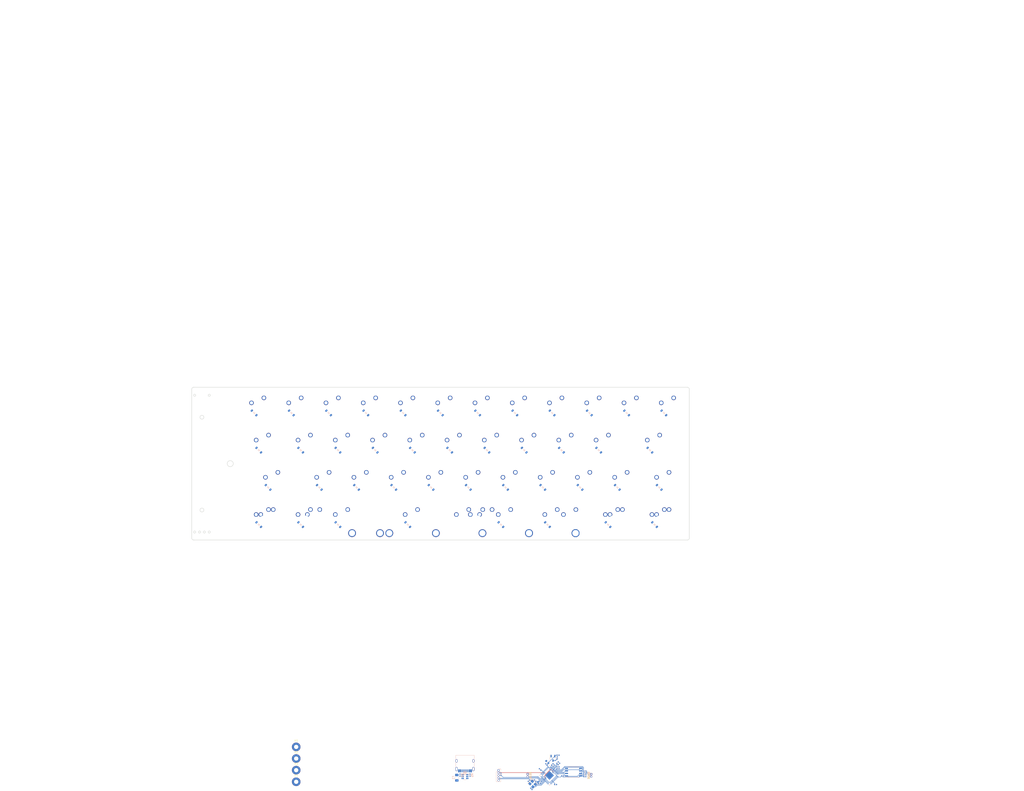
<source format=kicad_pcb>
(kicad_pcb (version 20240108) (generator "pcbnew") (generator_version "8.0")
  (title_block (title "temp_UNI_i5") (rev "v1") (company "shoonie"))
  (layers (0 "F.Cu" signal) (31 "B.Cu" signal) (34 "B.Paste" user) (35 "F.Paste" user) (36 "B.SilkS" user "B.Silkscreen") (37 "F.SilkS" user "F.Silkscreen") (38 "B.Mask" user) (39 "F.Mask" user) (44 "Edge.Cuts" user))
  (net 0 "")
  (net 1 "ROW0")
  (net 2 "Net-(D1-A)")
  (net 3 "Net-(D2-A)")
  (net 4 "Net-(D3-A)")
  (net 5 "Net-(D4-A)")
  (net 6 "Net-(D5-A)")
  (net 7 "Net-(D6-A)")
  (net 8 "Net-(D7-A)")
  (net 9 "Net-(D8-A)")
  (net 10 "Net-(D9-A)")
  (net 11 "Net-(D10-A)")
  (net 12 "Net-(D11-A)")
  (net 13 "Net-(D12-A)")
  (net 14 "Net-(D13-A)")
  (net 15 "Net-(D14-A)")
  (net 16 "Net-(D15-A)")
  (net 17 "ROW1")
  (net 18 "Net-(D17-A)")
  (net 19 "Net-(D18-A)")
  (net 20 "Net-(D19-A)")
  (net 21 "Net-(D20-A)")
  (net 22 "Net-(D21-A)")
  (net 23 "Net-(D22-A)")
  (net 24 "Net-(D23-A)")
  (net 25 "Net-(D24-A)")
  (net 26 "Net-(D25-A)")
  (net 27 "Net-(D26-A)")
  (net 28 "Net-(D27-A)")
  (net 29 "Net-(D28-A)")
  (net 30 "Net-(D29-A)")
  (net 31 "Net-(D30-A)")
  (net 32 "Net-(D32-A)")
  (net 33 "ROW2")
  (net 34 "Net-(D33-A)")
  (net 35 "Net-(D35-A)")
  (net 36 "Net-(D37-A)")
  (net 37 "Net-(D39-A)")
  (net 38 "Net-(D40-A)")
  (net 39 "Net-(D45-A)")
  (net 40 "ROW3")
  (net 41 "Net-(D49-A)")
  (net 42 "GND")
  (net 43 "COL0")
  (net 44 "COL1")
  (net 45 "COL2")
  (net 46 "COL3")
  (net 47 "COL4")
  (net 48 "COL5")
  (net 49 "COL6")
  (net 50 "COL7")
  (net 51 "COL8")
  (net 52 "COL9")
  (net 53 "COL10")
  (net 54 "COL11")
  (net 55 "+5V")
  (net 56 "+3V3")
  (net 57 "+1V1")
  (net 58 "XIN")
  (net 59 "Net-(C15-Pad2)")
  (net 60 "D+")
  (net 61 "D-")
  (net 62 "SWCLK")
  (net 63 "SWD")
  (net 64 "RESET")
  (net 65 "XOUT")
  (net 66 "Net-(R7-Pad1)")
  (net 67 "QSPI_SS")
  (net 68 "QSPI_SD3")
  (net 69 "QSPI_SCLK")
  (net 70 "QSPI_SD0")
  (net 71 "QSPI_SD2")
  (net 72 "QSPI_SD1")
  (net 73 "Net-(D16-A)")
  (net 74 "Net-(D31-A)")
  (net 75 "Net-(D34-A)")
  (net 76 "Net-(D47-A)")
  (net 77 "Net-(U2-USB_DP)")
  (net 78 "Net-(U2-USB_DM)")
  (net 79 "Net-(R9-Pad1)")
  (net 90 "Net-(F1-Pad1)")
  (net 93 "Net-(J2-CC1)")
  (net 95 "Net-(J2-CC2)")
  (net 117 "Net-(D44-A)")
  (footprint "PCM_marbastlib-mx:SW_MX_1u" (layer "F.Cu") (at 152.4 0)
    (property "Reference" "SW9" (hide yes))
    (property "Value" "MX_SW_solder")
  )
  (footprint "PCM_marbastlib-mx:SW_MX_1u" (layer "F.Cu") (at 126.20625 57.15)
    (property "Reference" "SW44" (hide yes))
    (property "Value" "MX_SW_solder")
  )
  (footprint "PCM_marbastlib-mx:SW_MX_1u" (layer "F.Cu") (at 42.8625 57.15)
    (property "Reference" "SW39" (hide yes))
    (property "Value" "MX_SW_solder")
  )
  (footprint "MountingHole:MountingHole_2.2mm_M2_Pad" (layer "F.Cu") (at 19.05 185.42)
    (property "Reference" "H3")
    (property "Value" "MountingHole_Pad")
  )
  (footprint "PCM_marbastlib-mx:SW_MX_1u" (layer "F.Cu") (at 95.25 0)
    (property "Reference" "SW6" (hide yes))
    (property "Value" "MX_SW_solder")
  )
  (footprint "PCM_marbastlib-mx:SW_MX_1u" (layer "F.Cu") (at 116.68125 57.15)
    (property "Reference" "SW43" (hide yes))
    (property "Value" "MX_SW_solder")
  )
  (footprint "PCM_marbastlib-mx:SW_MX_1u" (layer "F.Cu") (at 78.58125 57.15)
    (property "Reference" "SW40" (hide yes))
    (property "Value" "MX_SW_solder")
  )
  (footprint "PCM_marbastlib-mx:SW_MX_1u" (layer "F.Cu") (at 76.2 0)
    (property "Reference" "SW5" (hide yes))
    (property "Value" "MX_SW_solder")
  )
  (footprint "MountingHole:MountingHole_2.2mm_M2_Pad" (layer "F.Cu") (at 19.05 179.47)
    (property "Reference" "H2")
    (property "Value" "MountingHole_Pad")
  )
  (footprint "PCM_marbastlib-mx:SW_MX_1u" (layer "F.Cu") (at 147.6375 38.1)
    (property "Reference" "SW31" (hide yes))
    (property "Value" "MX_SW_solder")
  )
  (footprint "PCM_marbastlib-mx:SW_MX_1u" (layer "F.Cu") (at 157.1625 19.05)
    (property "Reference" "SW21" (hide yes))
    (property "Value" "MX_SW_solder")
  )
  (footprint "PCM_marbastlib-mx:SW_MX_1u" (layer "F.Cu") (at 2.38125 57.15)
    (property "Reference" "SW35" (hide yes))
    (property "Value" "MX_SW_solder")
  )
  (footprint "PCM_marbastlib-mx:SW_MX_1u" (layer "F.Cu") (at 80.9625 19.05)
    (property "Reference" "SW17" (hide yes))
    (property "Value" "MX_SW_solder")
  )
  (footprint "PCM_marbastlib-mx:STAB_MX_P_2u" (layer "F.Cu") (at 78.58125 57.15 180)
    (property "Reference" "S40" (hide yes))
    (property "Value" "MX_stab")
  )
  (footprint "PCM_marbastlib-mx:SW_MX_1u" (layer "F.Cu") (at 28.575 57.15)
    (property "Reference" "SW38" (hide yes))
    (property "Value" "MX_SW_solder")
  )
  (footprint "PCM_marbastlib-mx:SW_MX_1u" (layer "F.Cu") (at 2.38125 19.05)
    (property "Reference" "SW13" (hide yes))
    (property "Value" "MX_SW_solder")
  )
  (footprint "PCM_marbastlib-mx:SW_MX_1u" (layer "F.Cu") (at 111.91875 57.15)
    (property "Reference" "SW42" (hide yes))
    (property "Value" "MX_SW_solder")
  )
  (footprint "PCM_marbastlib-mx:STAB_MX_P_2u" (layer "F.Cu") (at 126.20625 57.15 180)
    (property "Reference" "S44" (hide yes))
    (property "Value" "MX_stab")
  )
  (footprint "PCM_marbastlib-mx:SW_MX_1u" (layer "F.Cu") (at 57.15 0)
    (property "Reference" "SW4" (hide yes))
    (property "Value" "MX_SW_solder")
  )
  (footprint "PCM_marbastlib-mx:SW_MX_1u" (layer "F.Cu") (at 23.8125 57.15)
    (property "Reference" "SW37" (hide yes))
    (property "Value" "MX_SW_solder")
  )
  (footprint "PCM_marbastlib-mx:SW_MX_1u" (layer "F.Cu") (at 176.2125 19.05)
    (property "Reference" "SW22" (hide yes))
    (property "Value" "MX_SW_solder")
  )
  (footprint "PCM_marbastlib-mx:SW_MX_1u" (layer "F.Cu") (at 104.775 57.15)
    (property "Reference" "SW41" (hide yes))
    (property "Value" "MX_SW_solder")
  )
  (footprint "PCM_marbastlib-mx:SW_MX_1u" (layer "F.Cu") (at 202.40625 19.05)
    (property "Reference" "SW23" (hide yes))
    (property "Value" "MX_SW_solder")
  )
  (footprint "PCM_marbastlib-mx:SW_MX_1u" (layer "F.Cu") (at 71.4375 38.1)
    (property "Reference" "SW27" (hide yes))
    (property "Value" "MX_SW_solder")
  )
  (footprint "PCM_marbastlib-mx:SW_MX_1u" (layer "F.Cu") (at 207.16875 57.15)
    (property "Reference" "SW50" (hide yes))
    (property "Value" "MX_SW_solder")
  )
  (footprint "PCM_marbastlib-mx:SW_MX_1u" (layer "F.Cu") (at 180.975 57.15)
    (property "Reference" "SW47" (hide yes))
    (property "Value" "MX_SW_solder")
  )
  (footprint "PCM_marbastlib-mx:SW_MX_1u" (layer "F.Cu") (at 159.54375 57.15)
    (property "Reference" "SW46" (hide yes))
    (property "Value" "MX_SW_solder")
  )
  (footprint "PCM_marbastlib-mx:SW_MX_1u" (layer "F.Cu") (at 119.0625 19.05)
    (property "Reference" "SW19" (hide yes))
    (property "Value" "MX_SW_solder")
  )
  (footprint "PCM_marbastlib-mx:SW_MX_1u" (layer "F.Cu") (at 209.55 0)
    (property "Reference" "SW12" (hide yes))
    (property "Value" "MX_SW_solder")
  )
  (footprint "PCM_marbastlib-mx:SW_MX_1u" (layer "F.Cu") (at 190.5 0)
    (property "Reference" "SW11" (hide yes))
    (property "Value" "MX_SW_solder")
  )
  (footprint "PCM_marbastlib-mx:SW_MX_1u" (layer "F.Cu") (at 4.7625 57.15)
    (property "Reference" "SW36" (hide yes))
    (property "Value" "MX_SW_solder")
  )
  (footprint "PCM_marbastlib-mx:SW_MX_1u" (layer "F.Cu") (at 128.5875 38.1)
    (property "Reference" "SW30" (hide yes))
    (property "Value" "MX_SW_solder")
  )
  (footprint "PCM_marbastlib-mx:STAB_MX_P_2u" (layer "F.Cu") (at 150.01875 57.15 180)
    (property "Reference" "S45" (hide yes))
    (property "Value" "MX_stab")
  )
  (footprint "PCM_marbastlib-mx:SW_MX_1u" (layer "F.Cu") (at 7.14375 38.1)
    (property "Reference" "SW24" (hide yes))
    (property "Value" "MX_SW_solder")
  )
  (footprint "PCM_marbastlib-mx:SW_MX_1u" (layer "F.Cu") (at 185.7375 38.1)
    (property "Reference" "SW33" (hide yes))
    (property "Value" "MX_SW_solder")
  )
  (footprint "PCM_marbastlib-mx:STAB_MX_P_7u" (layer "F.Cu") (at 104.775 57.15 180)
    (property "Reference" "S41" (hide yes))
    (property "Value" "MX_stab")
  )
  (footprint "PCM_marbastlib-mx:SW_MX_1u" (layer "F.Cu") (at 183.35625 57.15)
    (property "Reference" "SW48" (hide yes))
    (property "Value" "MX_SW_solder")
  )
  (footprint "PCM_marbastlib-mx:SW_MX_1u" (layer "F.Cu") (at 33.3375 38.1)
    (property "Reference" "SW25" (hide yes))
    (property "Value" "MX_SW_solder")
  )
  (footprint "PCM_marbastlib-mx:SW_MX_1u" (layer "F.Cu") (at 133.35 0)
    (property "Reference" "SW8" (hide yes))
    (property "Value" "MX_SW_solder")
  )
  (footprint "PCM_marbastlib-mx:SW_MX_1u" (layer "F.Cu") (at 38.1 0)
    (property "Reference" "SW3" (hide yes))
    (property "Value" "MX_SW_solder")
  )
  (footprint "MountingHole:MountingHole_2.2mm_M2_Pad" (layer "F.Cu") (at 19.05 173.52)
    (property "Reference" "H1")
    (property "Value" "MountingHole_Pad")
  )
  (footprint "PCM_marbastlib-mx:SW_MX_1u" (layer "F.Cu") (at 171.45 0)
    (property "Reference" "SW10" (hide yes))
    (property "Value" "MX_SW_solder")
  )
  (footprint "PCM_marbastlib-mx:SW_MX_1u" (layer "F.Cu") (at 100.0125 19.05)
    (property "Reference" "SW18" (hide yes))
    (property "Value" "MX_SW_solder")
  )
  (footprint "PCM_marbastlib-mx:SW_MX_1u" (layer "F.Cu") (at 52.3875 38.1)
    (property "Reference" "SW26" (hide yes))
    (property "Value" "MX_SW_solder")
  )
  (footprint "PCM_marbastlib-mx:SW_MX_1u" (layer "F.Cu") (at 0 0)
    (property "Reference" "SW1" (hide yes))
    (property "Value" "MX_SW_solder")
  )
  (footprint "PCM_marbastlib-mx:SW_MX_1u" (layer "F.Cu") (at 42.8625 19.05)
    (property "Reference" "SW15" (hide yes))
    (property "Value" "MX_SW_solder")
  )
  (footprint "PCM_marbastlib-mx:SW_MX_1u" (layer "F.Cu") (at 109.5375 38.1)
    (property "Reference" "SW29" (hide yes))
    (property "Value" "MX_SW_solder")
  )
  (footprint "PCM_marbastlib-mx:SW_MX_1u" (layer "F.Cu") (at 138.1125 19.05)
    (property "Reference" "SW20" (hide yes))
    (property "Value" "MX_SW_solder")
  )
  (footprint "PCM_marbastlib-mx:SW_MX_1u" (layer "F.Cu") (at 207.16875 38.1)
    (property "Reference" "SW34" (hide yes))
    (property "Value" "MX_SW_solder")
  )
  (footprint "PCM_marbastlib-mx:SW_MX_1u" (layer "F.Cu") (at 150.01875 57.15)
    (property "Reference" "SW45" (hide yes))
    (property "Value" "MX_SW_solder")
  )
  (footprint "PCM_marbastlib-mx:SW_MX_1u" (layer "F.Cu") (at 61.9125 19.05)
    (property "Reference" "SW16" (hide yes))
    (property "Value" "MX_SW_solder")
  )
  (footprint "PCM_marbastlib-mx:SW_MX_1u" (layer "F.Cu") (at 19.05 0)
    (property "Reference" "SW2" (hide yes))
    (property "Value" "MX_SW_solder")
  )
  (footprint "PCM_marbastlib-mx:SW_MX_1u" (layer "F.Cu") (at 114.3 0)
    (property "Reference" "SW7" (hide yes))
    (property "Value" "MX_SW_solder")
  )
  (footprint "PCM_marbastlib-mx:SW_MX_1u" (layer "F.Cu") (at 166.6875 38.1)
    (property "Reference" "SW32" (hide yes))
    (property "Value" "MX_SW_solder")
  )
  (footprint "PCM_marbastlib-mx:SW_MX_1u" (layer "F.Cu") (at 23.8125 19.05)
    (property "Reference" "SW14" (hide yes))
    (property "Value" "MX_SW_solder")
  )
  (footprint "PCM_marbastlib-mx:STAB_MX_P_6.25u" (layer "F.Cu") (at 111.91875 57.15 180)
    (property "Reference" "S42" (hide yes))
    (property "Value" "MX_stab")
  )
  (footprint "MountingHole:MountingHole_2.2mm_M2_Pad" (layer "F.Cu") (at 19.05 191.37)
    (property "Reference" "H4")
    (property "Value" "MountingHole_Pad")
  )
  (footprint "PCM_marbastlib-mx:SW_MX_1u" (layer "F.Cu") (at 204.7875 57.15)
    (property "Reference" "SW49" (hide yes))
    (property "Value" "MX_SW_solder")
  )
  (footprint "PCM_marbastlib-mx:SW_MX_1u" (layer "F.Cu") (at 90.4875 38.1)
    (property "Reference" "SW28" (hide yes))
    (property "Value" "MX_SW_solder")
  )
  (footprint "Capacitor_SMD:C_0402_1005Metric" (layer "B.Cu") (at 138.0744 190.791029 45)
    (property "Reference" "C15" (hide yes))
    (property "Value" "22p")
  )
  (footprint "shoonies_parts:D_SOD-123_CLEAN" (layer "B.Cu") (at 183.1975 40.64 -45)
    (property "Reference" "D33" (hide yes))
    (property "Value" "D_Small")
  )
  (footprint "Connector_USB:USB_C_Receptacle_HRO_TYPE-C-31-M-12" (layer "B.Cu") (at 105.3592 181.7104)
    (property "Reference" "J2")
    (property "Value" "USB_C_Receptacle_USB2.0")
  )
  (footprint "shoonies_parts:D_SOD-123_CLEAN" (layer "B.Cu") (at -0.15875 59.69 -45)
    (property "Reference" "D35" (hide yes))
    (property "Value" "D_Small")
  )
  (footprint "Resistor_SMD:R_0402_1005Metric" (layer "B.Cu") (at 107.95 187.96 90)
    (property "Reference" "R5")
    (property "Value" "5.1k")
  )
  (footprint "shoonies_parts:D_SOD-123_CLEAN" (layer "B.Cu") (at 40.3225 21.59 -45)
    (property "Reference" "D15" (hide yes))
    (property "Value" "D_Small")
  )
  (footprint "shoonies_parts:D_SOD-123_CLEAN" (layer "B.Cu") (at 173.6725 21.59 -45)
    (property "Reference" "D22" (hide yes))
    (property "Value" "D_Small")
  )
  (footprint "Connector_PinHeader_1.27mm:PinHeader_1x02_P1.27mm_Vertical" (layer "B.Cu") (at 137.4394 187.44863 180)
    (property "Reference" "SW125" (hide yes))
    (property "Value" "SW_RESET")
  )
  (footprint "Resistor_SMD:R_0402_1005Metric" (layer "B.Cu") (at 102.8192 187.96 90)
    (property "Reference" "R3")
    (property "Value" "5.1k")
  )
  (footprint "shoonies_parts:D_SOD-123_CLEAN" (layer "B.Cu") (at 40.3225 59.69 -45)
    (property "Reference" "D39" (hide yes))
    (property "Value" "D_Small")
  )
  (footprint "shoonies_parts:D_SOD-123_CLEAN" (layer "B.Cu") (at 135.5725 21.59 -45)
    (property "Reference" "D20" (hide yes))
    (property "Value" "D_Small")
  )
  (footprint "shoonies_parts:D_SOD-123_CLEAN" (layer "B.Cu") (at 54.61 2.54 -45)
    (property "Reference" "D4" (hide yes))
    (property "Value" "D_Small")
  )
  (footprint "Package_DFN_QFN:QFN-56-1EP_7x7mm_P0.4mm_EP3.2x3.2mm" (layer "B.Cu") (at 148.59 188.098629 135)
    (property "Reference" "U2" (hide yes))
    (property "Value" "RP2040")
  )
  (footprint "shoonies_parts:D_SOD-123_CLEAN" (layer "B.Cu") (at 16.51 2.54 -45)
    (property "Reference" "D2" (hide yes))
    (property "Value" "D_Small")
  )
  (footprint "Capacitor_SMD:C_0402_1005Metric" (layer "B.Cu") (at 152.9842 183.704429)
    (property "Reference" "C7" (hide yes))
    (property "Value" "100n")
  )
  (footprint "Resistor_SMD:R_0402_1005Metric" (layer "B.Cu") (at 141.2748 190.791029 -45)
    (property "Reference" "R4" (hide yes))
    (property "Value" "1k")
  )
  (footprint "Resistor_SMD:R_0402_1005Metric" (layer "B.Cu") (at 166.7002 187.793829 180)
    (property "Reference" "R7" (hide yes))
    (property "Value" "5.1k")
  )
  (footprint "shoonies_parts:D_SOD-123_CLEAN" (layer "B.Cu") (at 130.81 2.54 -45)
    (property "Reference" "D8" (hide yes))
    (property "Value" "D_Small")
  )
  (footprint "shoonies_parts:D_SOD-123_CLEAN" (layer "B.Cu") (at 149.86 2.54 -45)
    (property "Reference" "D9" (hide yes))
    (property "Value" "D_Small")
  )
  (footprint "PCM_marbastlib-various:SOT-23-6-routable" (layer "B.Cu") (at 105.3592 188.722 180)
    (property "Reference" "U4")
    (property "Value" "SRV05-4")
  )
  (footprint "shoonies_parts:D_SOD-123_CLEAN" (layer "B.Cu") (at 92.71 2.54 -45)
    (property "Reference" "D6" (hide yes))
    (property "Value" "D_Small")
  )
  (footprint "shoonies_parts:D_SOD-123_CLEAN" (layer "B.Cu") (at 116.5225 21.59 -45)
    (property "Reference" "D19" (hide yes))
    (property "Value" "D_Small")
  )
  (footprint "Package_SO:SOIC-8_5.23x5.23mm_P1.27mm" (layer "B.Cu") (at 160.909 186.447629)
    (property "Reference" "U3" (hide yes))
    (property "Value" "W25Q128JVS")
  )
  (footprint "shoonies_parts:D_SOD-123_CLEAN" (layer "B.Cu") (at 4.60375 40.64 -45)
    (property "Reference" "D24" (hide yes))
    (property "Value" "D_Small")
  )
  (footprint "Capacitor_SMD:C_0402_1005Metric" (layer "B.Cu") (at 150.0632 182.459829 45)
    (property "Reference" "C6" (hide yes))
    (property "Value" "100n")
  )
  (footprint "shoonies_parts:D_SOD-123_CLEAN" (layer "B.Cu") (at 21.2725 59.69 -45)
    (property "Reference" "D37" (hide yes))
    (property "Value" "D_Small")
  )
  (footprint "Capacitor_SMD:C_0402_1005Metric" (layer "B.Cu") (at 143.4338 192.111829 180)
    (property "Reference" "C9" (hide yes))
    (property "Value" "100n")
  )
  (footprint "shoonies_parts:D_SOD-123_CLEAN" (layer "B.Cu") (at 111.76 2.54 -45)
    (property "Reference" "D7" (hide yes))
    (property "Value" "D_Small")
  )
  (footprint "shoonies_parts:D_SOD-123_CLEAN" (layer "B.Cu") (at 97.4725 21.59 -45)
    (property "Reference" "D18" (hide yes))
    (property "Value" "D_Small")
  )
  (footprint "shoonies_parts:D_SOD-123_CLEAN" (layer "B.Cu") (at 78.4225 21.59 -45)
    (property "Reference" "D17" (hide yes))
    (property "Value" "D_Small")
  )
  (footprint "Resistor_SMD:R_0402_1005Metric" (layer "B.Cu") (at 166.7002 185.863429 180)
    (property "Reference" "R9" (hide yes))
    (property "Value" "1k")
  )
  (footprint "Capacitor_SMD:C_0402_1005Metric" (layer "B.Cu") (at 150.7236 183.120229 45)
    (property "Reference" "C1" (hide yes))
    (property "Value" "1u")
  )
  (footprint "shoonies_parts:D_SOD-123_CLEAN" (layer "B.Cu") (at 187.96 2.54 -45)
    (property "Reference" "D11" (hide yes))
    (property "Value" "D_Small")
  )
  (footprint "Capacitor_SMD:C_0402_1005Metric" (layer "B.Cu") (at 155.3464 188.327229)
    (property "Reference" "C10" (hide yes))
    (property "Value" "100n")
  )
  (footprint "Crystal:Crystal_SMD_3225-4Pin_3.2x2.5mm" (layer "B.Cu") (at 139.954 192.543629 -45)
    (property "Reference" "Y1" (hide yes))
    (property "Value" "Crystal_GND24")
  )
  (footprint "Fuse:Fuse_1206_3216Metric" (layer "B.Cu") (at 101.1936 189.2808 -90)
    (property "Reference" "F1")
    (property "Value" "Fuse_Small")
  )
  (footprint "shoonies_parts:D_SOD-123_CLEAN" (layer "B.Cu") (at -2.54 2.54 -45)
    (property "Reference" "D1" (hide yes))
    (property "Value" "D_Small")
  )
  (footprint "Connector_PinHeader_1.27mm:PinHeader_1x05_P1.27mm_Vertical" (layer "B.Cu") (at 122.5296 185.548629 180)
    (property "Reference" "J1" (hide yes))
    (property "Value" "Conn_01x05")
  )
  (footprint "shoonies_parts:D_SOD-123_CLEAN" (layer "B.Cu") (at 21.2725 21.59 -45)
    (property "Reference" "D14" (hide yes))
    (property "Value" "D_Small")
  )
  (footprint "shoonies_parts:D_SOD-123_CLEAN" (layer "B.Cu") (at 87.9475 40.64 -45)
    (property "Reference" "D28" (hide yes))
    (property "Value" "D_Small")
  )
  (footprint "Capacitor_SMD:C_0402_1005Metric" (layer "B.Cu") (at 152.5524 179.132429 90)
    (property "Reference" "C13" (hide yes))
    (property "Value" "1u")
  )
  (footprint "Resistor_SMD:R_0402_1005Metric" (layer "B.Cu") (at 153.421024 182.251605 -135)
    (property "Reference" "R1" (hide yes))
    (property "Value" "27")
  )
  (footprint "shoonies_parts:D_SOD-123_CLEAN" (layer "B.Cu") (at 59.3725 21.59 -45)
    (property "Reference" "D16" (hide yes))
    (property "Value" "D_Small")
  )
  (footprint "shoonies_parts:D_SOD-123_CLEAN" (layer "B.Cu") (at 168.91 2.54 -45)
    (property "Reference" "D10" (hide yes))
    (property "Value" "D_Small")
  )
  (footprint "shoonies_parts:D_SOD-123_CLEAN" (layer "B.Cu") (at 106.9975 40.64 -45)
    (property "Reference" "D29" (hide yes))
    (property "Value" "D_Small")
  )
  (footprint "Capacitor_SMD:C_0402_1005Metric" (layer "B.Cu") (at 147.0152 182.510629 135)
    (property "Reference" "C5" (hide yes))
    (property "Value" "1u")
  )
  (footprint "shoonies_parts:D_SOD-123_CLEAN" (layer "B.Cu") (at 49.8475 40.64 -45)
    (property "Reference" "D26" (hide yes))
    (property "Value" "D_Small")
  )
  (footprint "shoonies_parts:D_SOD-123_CLEAN" (layer "B.Cu") (at 123.66625 59.69 -45)
    (property "Reference" "D44" (hide yes))
    (property "Value" "D_Small")
  )
  (footprint "Connector_PinHeader_1.27mm:PinHeader_1x02_P1.27mm_Vertical" (layer "B.Cu") (at 169.926 187.448629 180)
    (property "Reference" "SW126" (hide yes))
    (property "Value" "SW_BOOTSEL")
  )
  (footprint "shoonies_parts:D_SOD-123_CLEAN" (layer "B.Cu") (at 126.0475 40.64 -45)
    (property "Reference" "D30" (hide yes))
    (property "Value" "D_Small")
  )
  (footprint "Capacitor_SMD:C_0402_1005Metric" (layer "B.Cu") (at 143.8148 191.172029 180)
    (property "Reference" "C3" (hide yes))
    (property "Value" "100n")
  )
  (footprint "shoonies_parts:D_SOD-123_CLEAN" (layer "B.Cu") (at 207.01 2.54 -45)
    (property "Reference" "D12" (hide yes))
    (property "Value" "D_Small")
  )
  (footprint "Capacitor_SMD:C_0402_1005Metric" (layer "B.Cu") (at 151.7142 192.772229)
    (property "Reference" "C11" (hide yes))
    (property "Value" "100n")
  )
  (footprint "shoonies_parts:D_SOD-123_CLEAN" (layer "B.Cu") (at 154.6225 21.59 -45)
    (property "Reference" "D21" (hide yes))
    (property "Value" "D_Small")
  )
  (footprint "shoonies_parts:D_SOD-123_CLEAN" (layer "B.Cu") (at 147.47875 59.69 -45)
    (property "Reference" "D45" (hide yes))
    (property "Value" "D_Small")
  )
  (footprint "Resistor_SMD:R_0402_1005Metric" (layer "B.Cu") (at 152.735224 181.565805 -135)
    (property "Reference" "R2" (hide yes))
    (property "Value" "27")
  )
  (footprint "Capacitor_SMD:C_0603_1608Metric" (layer "B.Cu") (at 147.4724 181.266029 135)
    (property "Reference" "C4" (hide yes))
    (property "Value" "10u")
  )
  (footprint "Resistor_SMD:R_0402_1005Metric" (layer "B.Cu") (at 166.7002 186.828629)
    (property "Reference" "R8" (hide yes))
    (property "Value" "5.1k")
  )
  (footprint "Capacitor_SMD:C_0402_1005Metric" (layer "B.Cu") (at 166.6748 188.733629)
    (property "Reference" "C16" (hide yes))
    (property "Value" "1u")
  )
  (footprint "Package_TO_SOT_SMD:SOT-23-3" (layer "B.Cu") (at 150.368 179.361029 -90)
    (property "Reference" "U1" (hide yes))
    (property "Value" "XC6206PxxxMR")
  )
  (footprint "shoonies_parts:D_SOD-123_CLEAN" (layer "B.Cu") (at 164.1475 40.64 -45)
    (property "Reference" "D32" (hide yes))
    (property "Value" "D_Small")
  )
  (footprint "Capacitor_SMD:C_0402_1005Metric" (layer "B.Cu") (at 152.9842 177.760829)
    (property "Reference" "C14" (hide yes))
    (property "Value" "1u")
  )
  (footprint "shoonies_parts:D_SOD-123_CLEAN" (layer "B.Cu") (at 76.04125 59.69 -45)
    (property "Reference" "D40" (hide yes))
    (property "Value" "D_Small")
  )
  (footprint "Resistor_SMD:R_0402_1005Metric" (layer "B.Cu") (at 123.7488 187.453629 90)
    (property "Reference" "R6" (hide yes))
    (property "Value" "5.1k")
  )
  (footprint "shoonies_parts:D_SOD-123_CLEAN" (layer "B.Cu") (at 145.0975 40.64 -45)
    (property "Reference" "D31" (hide yes))
    (property "Value" "D_Small")
  )
  (footprint "Capacitor_SMD:C_0402_1005Metric" (layer "B.Cu") (at 143.764 185.025229 135)
    (property "Reference" "C8" (hide yes))
    (property "Value" "100n")
  )
  (footprint "shoonies_parts:D_SOD-123_CLEAN" (layer "B.Cu") (at 68.8975 40.64 -45)
    (property "Reference" "D27" (hide yes))
    (property "Value" "D_Small")
  )
  (footprint "shoonies_parts:D_SOD-123_CLEAN" (layer "B.Cu") (at 199.86625 21.59 -45)
    (property "Reference" "D23" (hide yes))
    (property "Value" "D_Small")
  )
  (footprint "shoonies_parts:D_SOD-123_CLEAN" (layer "B.Cu") (at -0.15875 21.59 -45)
    (property "Reference" "D13" (hide yes))
    (property "Value" "D_Small")
  )
  (footprint "shoonies_parts:D_SOD-123_CLEAN" (layer "B.Cu") (at 35.56 2.54 -45)
    (property "Reference" "D3" (hide yes))
    (property "Value" "D_Small")
  )
  (footprint "shoonies_parts:D_SOD-123_CLEAN" (layer "B.Cu") (at 202.2475 59.69 -45)
    (property "Reference" "D49" (hide yes))
    (property "Value" "D_Small")
  )
  (footprint "shoonies_parts:D_SOD-123_CLEAN" (layer "B.Cu") (at 73.66 2.54 -45)
    (property "Reference" "D5" (hide yes))
    (property "Value" "D_Small")
  )
  (footprint "shoonies_parts:D_SOD-123_CLEAN" (layer "B.Cu") (at 204.62875 40.64 -45)
    (property "Reference" "D34" (hide yes))
    (property "Value" "D_Small")
  )
  (footprint "shoonies_parts:D_SOD-123_CLEAN" (layer "B.Cu") (at 178.435 59.69 -45)
    (property "Reference" "D47" (hide yes))
    (property "Value" "D_Small")
  )
  (footprint "shoonies_parts:D_SOD-123_CLEAN" (layer "B.Cu") (at 30.7975 40.64 -45)
    (property "Reference" "D25" (hide yes))
    (property "Value" "D_Small")
  )
  (footprint "Capacitor_SMD:C_0402_1005Metric" (layer "B.Cu") (at 152.9842 184.618829)
    (property "Reference" "C2" (hide yes))
    (property "Value" "100n")
  )
  (footprint "Capacitor_SMD:C_0402_1005Metric" (layer "B.Cu") (at 139.319 194.982029 -45)
    (property "Reference" "C12" (hide yes))
    (property "Value" "22p")
  )
  (gr_arc (start 219.075 -10.525003) (mid 219.782108 -10.232109) (end 220.075002 -9.525) (stroke (width 0.2)) (layer "Edge.Cuts"))
  (gr_line (start -33.337495 67.674996) (end 219.074998 67.674996) (stroke (width 0.2)) (layer "Edge.Cuts"))
  (gr_line (start 219.075 -10.525003) (end -33.337495 -10.525003) (stroke (width 0.2)) (layer "Edge.Cuts"))
  (gr_circle (center -30.399995 63.574996) (end -30.949995 63.574996) (stroke (width 0.2)) (fill none) (layer "Edge.Cuts"))
  (gr_circle (center -25.399995 -6.425004) (end -25.949995 -6.425004) (stroke (width 0.2)) (fill none) (layer "Edge.Cuts"))
  (gr_circle (center -27.899995 63.574996) (end -28.449995 63.574996) (stroke (width 0.2)) (fill none) (layer "Edge.Cuts"))
  (gr_arc (start 220.075002 66.674993) (mid 219.782108 67.382102) (end 219.074998 67.674996) (stroke (width 0.2)) (layer "Edge.Cuts"))
  (gr_circle (center -14.674995 28.574996) (end -16.224995 28.574996) (stroke (width 0.2)) (fill none) (layer "Edge.Cuts"))
  (gr_line (start -34.337495 -9.525003) (end -34.337495 66.674997) (stroke (width 0.2)) (layer "Edge.Cuts"))
  (gr_arc (start -33.337495 67.674997) (mid -34.044602 67.382104) (end -34.337495 66.674997) (stroke (width 0.2)) (layer "Edge.Cuts"))
  (gr_arc (start -34.337495 -9.525003) (mid -34.044602 -10.23211) (end -33.337495 -10.525003) (stroke (width 0.2)) (layer "Edge.Cuts"))
  (gr_line (start -33.337495 67.674996) (end -33.337495 67.674997) (stroke (width 0.2)) (layer "Edge.Cuts"))
  (gr_circle (center -29.149995 4.824996) (end -30.149995 4.824996) (stroke (width 0.2)) (fill none) (layer "Edge.Cuts"))
  (gr_circle (center -29.149995 52.324996) (end -30.149995 52.324996) (stroke (width 0.2)) (fill none) (layer "Edge.Cuts"))
  (gr_circle (center -32.899995 -6.425004) (end -33.449995 -6.425004) (stroke (width 0.2)) (fill none) (layer "Edge.Cuts"))
  (gr_circle (center -32.899995 63.574996) (end -33.449995 63.574996) (stroke (width 0.2)) (fill none) (layer "Edge.Cuts"))
  (gr_circle (center -25.399995 63.574996) (end -25.949995 63.574996) (stroke (width 0.2)) (fill none) (layer "Edge.Cuts"))
  (gr_line (start 220.075002 66.674993) (end 220.075002 -9.525) (stroke (width 0.2)) (layer "Edge.Cuts"))
  (segment (start 142.9538 192.038229) (end 142.3924 191.476829) (width 0.5) (layer "B.Cu") (net 42))
  (segment (start 143.3348 191.172029) (end 142.6972 191.172029) (width 0.5) (layer "B.Cu") (net 42))
  (segment (start 142.6972 191.172029) (end 142.3924 191.476829) (width 0.5) (layer "B.Cu") (net 42))
  (segment (start 142.9538 192.111829) (end 142.9538 192.038229) (width 0.5) (layer "B.Cu") (net 42))
  (segment (start 150.368 180.498529) (end 151.6663 180.498529) (width 0.3) (layer "B.Cu") (net 55))
  (segment (start 151.6663 180.498529) (end 152.5524 179.612429) (width 0.3) (layer "B.Cu") (net 55))
  (segment (start 146.038994 186.64863) (end 122.699599 186.64863) (width 0.2) (layer "F.Cu") (net 56))
  (segment (start 146.224128 186.833764) (end 146.038994 186.64863) (width 0.2) (layer "F.Cu") (net 56))
  (via (at 146.224128 186.833764) (size 0.5) (drill 0.3) (layers "F.Cu" "B.Cu") (net 56))
  (segment (start 163.911439 188.95019) (end 164.509 188.352629) (width 0.2) (layer "B.Cu") (net 56))
  (segment (start 148.805684 184.20599) (end 148.671891 184.339783) (width 0.2) (layer "B.Cu") (net 56))
  (segment (start 151.195186 186.885438) (end 152.073988 187.764241) (width 0.2) (layer "B.Cu") (net 56))
  (segment (start 145.296512 187.573741) (end 145.0594 187.810852) (width 0.2) (layer "B.Cu") (net 56))
  (segment (start 164.509 188.352629) (end 165.6106 188.352629) (width 0.2) (layer "B.Cu") (net 56))
  (segment (start 147.354611 182.479834) (end 148.020408 181.814037) (width 0.2) (layer "B.Cu") (net 56))
  (segment (start 151.556635 184.283464) (end 152.135671 183.704429) (width 0.2) (layer "B.Cu") (net 56))
  (segment (start 151.2342 192.157042) (end 151.2342 192.772229) (width 0.2) (layer "B.Cu") (net 56))
  (segment (start 158.147835 188.95019) (end 163.911439 188.95019) (width 0.2) (layer "B.Cu") (net 56))
  (segment (start 152.073988 188.433018) (end 152.073988 187.764241) (width 0.2) (layer "B.Cu") (net 56))
  (segment (start 146.776845 189.62965) (end 146.776845 189.521029) (width 0.2) (layer "B.Cu") (net 56))
  (segment (start 152.5042 177.760829) (end 151.7807 177.760829) (width 0.2) (layer "B.Cu") (net 56))
  (segment (start 147.354611 182.85004) (end 147.354611 182.479834) (width 0.2) (layer "B.Cu") (net 56))
  (segment (start 158.145396 188.952629) (end 158.147835 188.95019) (width 0.2) (layer "B.Cu") (net 56))
  (segment (start 148.877776 191.629229) (end 148.302223 191.629229) (width 0.2) (layer "B.Cu") (net 56))
  (segment (start 149.465045 183.057984) (end 149.723789 182.79924) (width 0.2) (layer "B.Cu") (net 56))
  (segment (start 151.318 178.223529) (end 148.020408 181.521121) (width 0.2) (layer "B.Cu") (net 56))
  (segment (start 166.1902 187.793829) (end 165.6314 188.352629) (width 0.2) (layer "B.Cu") (net 56))
  (segment (start 150.086105 186.563256) (end 150.408287 186.885438) (width 0.2) (layer "B.Cu") (net 56))
  (segment (start 150.408287 186.885438) (end 151.195186 186.885438) (width 0.2) (layer "B.Cu") (net 56))
  (segment (start 144.441799 185.36464) (end 145.452214 186.375056) (width 0.2) (layer "B.Cu") (net 56))
  (segment (start 152.073988 188.433018) (end 152.192691 188.314315) (width 0.2) (layer "B.Cu") (net 56))
  (segment (start 154.243439 188.95019) (end 154.8664 188.327229) (width 0.2) (layer "B.Cu") (net 56))
  (segment (start 146.453954 189.951832) (end 146.454663 189.951832) (width 0.2) (layer "B.Cu") (net 56))
  (segment (start 148.374314 184.20599) (end 148.805684 184.20599) (width 0.2) (layer "B.Cu") (net 56))
  (segment (start 154.8664 188.327229) (end 155.4918 188.952629) (width 0.2) (layer "B.Cu") (net 56))
  (segment (start 145.0594 187.810852) (end 145.0594 188.386406) (width 0.2) (layer "B.Cu") (net 56))
  (segment (start 149.780908 185.47116) (end 150.0886 185.778852) (width 0.2) (layer "B.Cu") (net 56))
  (segment (start 150.0886 186.193629) (end 150.086105 186.196124) (width 0.2) (layer "B.Cu") (net 56))
  (segment (start 147.997798 183.829472) (end 148.374314 184.20599) (width 0.2) (layer "B.Cu") (net 56))
  (segment (start 150.0886 185.7515) (end 150.596415 185.243685) (width 0.2) (layer "B.Cu") (net 56))
  (segment (start 146.776845 189.174014) (end 146.454663 188.851832) (width 0.2) (layer "B.Cu") (net 56))
  (segment (start 152.482639 188.314315) (end 152.859157 188.690831) (width 0.2) (layer "B.Cu") (net 56))
  (segment (start 165.6106 188.352629) (end 165.9916 188.733629) (width 0.2) (layer "B.Cu") (net 56))
  (segment (start 145.296512 187.573741) (end 146.036489 186.833764) (width 0.2) (layer "B.Cu") (net 56))
  (segment (start 145.524825 188.851832) (end 145.0594 188.386406) (width 0.2) (layer "B.Cu") (net 56))
  (segment (start 146.776845 190.103851) (end 146.776845 189.521029) (width 0.2) (layer "B.Cu") (net 56))
  (segment (start 148.302223 191.629229) (end 146.776845 190.103851) (width 0.2) (layer "B.Cu") (net 56))
  (segment (start 144.103411 185.36464) (end 144.441799 185.36464) (width 0.2) (layer "B.Cu") (net 56))
  (segment (start 148.805684 184.20599) (end 149.182202 183.829472) (width 0.2) (layer "B.Cu") (net 56))
  (segment (start 149.465045 184.112315) (end 149.465045 183.057984) (width 0.2) (layer "B.Cu") (net 56))
  (segment (start 150.086105 186.196124) (end 150.086105 186.563256) (width 0.2) (layer "B.Cu") (net 56))
  (segment (start 150.313573 191.236415) (end 151.2342 192.157042) (width 0.2) (layer "B.Cu") (net 56))
  (segment (start 147.354611 183.186285) (end 147.997798 183.829472) (width 0.2) (layer "B.Cu") (net 56))
  (segment (start 153.118517 188.95019) (end 154.243439 188.95019) (width 0.2) (layer "B.Cu") (net 56))
  (segment (start 150.0886 185.778852) (end 150.0886 185.7515) (width 0.2) (layer "B.Cu") (net 56))
  (segment (start 148.671891 185.148978) (end 148.994073 185.47116) (width 0.2) (layer "B.Cu") (net 56))
  (segment (start 149.787988 190.719017) (end 152.073988 188.433018) (width 0.2) (layer "B.Cu") (net 56))
  (segment (start 165.6314 188.352629) (end 164.509 188.352629) (width 0.2) (layer "B.Cu") (net 56))
  (segment (start 143.9138 192.111829) (end 144.293957 192.111829) (width 0.2) (layer "B.Cu") (net 56))
  (segment (start 151.556635 184.283464) (end 150.879258 184.960841) (width 0.2) (layer "B.Cu") (net 56))
  (segment (start 149.796175 190.719017) (end 149.787988 190.719017) (width 0.2) (layer "B.Cu") (net 56))
  (segment (start 146.454663 189.951832) (end 146.776845 189.62965) (width 0.2) (layer "B.Cu") (net 56))
  (segment (start 145.82873 187.041522) (end 145.296512 187.573741) (width 0.2) (layer "B.Cu") (net 56))
  (segment (start 152.135671 183.704429) (end 152.5042 183.704429) (width 0.2) (layer "B.Cu") (net 56))
  (segment (start 145.452214 186.375056) (end 145.82873 186.751574) (width 0.2) (layer "B.Cu") (net 56))
  (segment (start 146.454663 188.851832) (end 145.524825 188.851832) (width 0.2) (layer "B.Cu") (net 56))
  (segment (start 155.4918 188.952629) (end 158.145396 188.952629) (width 0.2) (layer "B.Cu") (net 56))
  (segment (start 150.879258 184.960841) (end 150.879258 185.526528) (width 0.2) (layer "B.Cu") (net 56))
  (segment (start 146.036489 186.833764) (end 146.224128 186.833764) (width 0.2) (layer "B.Cu") (net 56))
  (segment (start 150.596415 185.243685) (end 151.556635 184.283464) (width 0.2) (layer "B.Cu") (net 56))
  (segment (start 152.192691 188.314315) (end 152.482639 188.314315) (width 0.2) (layer "B.Cu") (net 56))
  (segment (start 151.7807 177.760829) (end 151.318 178.223529) (width 0.2) (layer "B.Cu") (net 56))
  (segment (start 152.859157 188.690831) (end 153.118517 188.95019) (width 0.2) (layer "B.Cu") (net 56))
  (segment (start 122.5296 186.818629) (end 123.6238 186.818629) (width 0.2) (layer "B.Cu") (net 56))
  (segment (start 146.017899 190.387887) (end 146.453954 189.951832) (width 0.2) (layer "B.Cu") (net 56))
  (segment (start 145.82873 186.751574) (end 145.82873 187.041522) (width 0.2) (layer "B.Cu") (net 56))
  (segment (start 150.0886 185.778852) (end 150.0886 186.193629) (width 0.2) (layer "B.Cu") (net 56))
  (segment (start 150.313573 191.236415) (end 149.796175 190.719017) (width 0.2) (layer "B.Cu") (net 56))
  (segment (start 150.596415 185.243685) (end 150.879258 184.960842) (width 0.2) (layer "B.Cu") (net 56))
  (segment (start 144.293957 192.111829) (end 146.017899 190.387887) (width 0.2) (layer "B.Cu") (net 56))
  (segment (start 148.994073 185.47116) (end 149.780908 185.47116) (width 0.2) (layer "B.Cu") (net 56))
  (segment (start 146.776845 189.521029) (end 146.776845 189.174014) (width 0.2) (layer "B.Cu") (net 56))
  (segment (start 149.787988 190.719017) (end 148.877776 191.629229) (width 0.2) (layer "B.Cu") (net 56))
  (segment (start 148.671891 184.339783) (end 148.671891 185.148978) (width 0.2) (layer "B.Cu") (net 56))
  (segment (start 147.354611 182.85004) (end 147.354611 183.186285) (width 0.2) (layer "B.Cu") (net 56))
  (segment (start 149.221891 184.92116) (end 149.221891 184.921224) (width 0.2) (layer "F.Cu") (net 57))
  (segment (start 149.1936 184.92116) (end 149.221891 184.92116) (width 0.2) (layer "F.Cu") (net 57))
  (segment (start 149.221891 184.921224) (end 150.636105 186.335438) (width 0.2) (layer "F.Cu") (net 57))
  (segment (start 146.226845 187.887915) (end 149.1936 184.92116) (width 0.2) (layer "F.Cu") (net 57))
  (segment (start 146.226845 189.401832) (end 146.226845 187.887915) (width 0.2) (layer "F.Cu") (net 57))
  (via (at 146.226845 189.401832) (size 0.5) (drill 0.3) (layers "F.Cu" "B.Cu") (net 57))
  (via (at 150.636105 186.335438) (size 0.5) (drill 0.3) (layers "F.Cu" "B.Cu") (net 57))
  (via (at 149.221891 184.92116) (size 0.5) (drill 0.3) (layers "F.Cu" "B.Cu") (net 57))
  (segment (start 145.735056 190.105044) (end 146.226845 189.613255) (width 0.2) (layer "B.Cu") (net 57))
  (segment (start 150.384189 183.758855) (end 150.384189 183.45964) (width 0.2) (layer "B.Cu") (net 57))
  (segment (start 149.747887 184.395157) (end 150.384189 183.758855) (width 0.2) (layer "B.Cu") (net 57))
  (segment (start 151.162101 185.809371) (end 151.474622 185.496851) (width 0.2) (layer "B.Cu") (net 57))
  (segment (start 151.474622 185.496851) (end 152.352643 184.618829) (width 0.2) (layer "B.Cu") (net 57))
  (segment (start 151.474622 185.496851) (end 152.352644 184.618829) (width 0.2) (layer "B.Cu") (net 57))
  (segment (start 151.162101 185.809442) (end 150.636105 186.335438) (width 0.2) (layer "B.Cu") (net 57))
  (segment (start 146.226845 189.613255) (end 146.226845 189.401832) (width 0.2) (layer "B.Cu") (net 57))
  (segment (start 149.747887 184.395164) (end 149.221891 184.92116) (width 0.2) (layer "B.Cu") (net 57))
  (segment (start 144.668071 191.172029) (end 145.735056 190.105044) (width 0.2) (layer "B.Cu") (net 57))
  (segment (start 144.2948 191.172029) (end 144.668071 191.172029) (width 0.2) (layer "B.Cu") (net 57))
  (segment (start 139.658411 195.32144) (end 139.658411 194.394853) (width 0.2) (layer "B.Cu") (net 58))
  (segment (start 139.658411 194.394853) (end 140.130777 193.922487) (width 0.2) (layer "B.Cu") (net 58))
  (segment (start 144.415328 193.121829) (end 146.583585 190.953573) (width 0.2) (layer "B.Cu") (net 58))
  (segment (start 141.527835 193.939645) (end 142.345651 193.121829) (width 0.2) (layer "B.Cu") (net 58))
  (segment (start 140.147935 193.939645) (end 141.527835 193.939645) (width 0.2) (layer "B.Cu") (net 58))
  (segment (start 142.345651 193.121829) (end 144.415328 193.121829) (width 0.2) (layer "B.Cu") (net 58))
  (segment (start 140.892963 190.451618) (end 138.413811 190.451618) (width 0.2) (layer "B.Cu") (net 59))
  (segment (start 142.408602 189.51863) (end 138.336456 189.51863) (width 0.2) (layer "B.Cu") (net 62))
  (segment (start 144.724223 190.55019) (end 143.440162 190.55019) (width 0.2) (layer "B.Cu") (net 62))
  (segment (start 138.336456 189.51863) (end 137.936456 189.91863) (width 0.2) (layer "B.Cu") (net 62))
  (segment (start 143.440162 190.55019) (end 142.408602 189.51863) (width 0.2) (layer "B.Cu") (net 62))
  (segment (start 137.936456 189.91863) (end 123.239599 189.91863) (width 0.2) (layer "B.Cu") (net 62))
  (segment (start 123.239599 189.91863) (end 122.5296 190.628629) (width 0.2) (layer "B.Cu") (net 62))
  (segment (start 145.452214 189.822202) (end 144.724223 190.55019) (width 0.2) (layer "B.Cu") (net 62))
  (segment (start 145.169371 189.539359) (end 144.558538 190.15019) (width 0.2) (layer "B.Cu") (net 63))
  (segment (start 143.605848 190.15019) (end 142.574288 189.11863) (width 0.2) (layer "B.Cu") (net 63))
  (segment (start 144.558538 190.15019) (end 143.605848 190.15019) (width 0.2) (layer "B.Cu") (net 63))
  (segment (start 137.770771 189.51863) (end 122.689601 189.51863) (width 0.2) (layer "B.Cu") (net 63))
  (segment (start 138.170771 189.11863) (end 137.770771 189.51863) (width 0.2) (layer "B.Cu") (net 63))
  (segment (start 142.574288 189.11863) (end 138.170771 189.11863) (width 0.2) (layer "B.Cu") (net 63))
  (segment (start 142.739975 188.71863) (end 143.771534 189.75019) (width 0.2) (layer "B.Cu") (net 64))
  (segment (start 123.7488 187.963629) (end 124.903801 189.11863) (width 0.2) (layer "B.Cu") (net 64))
  (segment (start 122.5296 188.088629) (end 123.6238 188.088629) (width 0.2) (layer "B.Cu") (net 64))
  (segment (start 137.4394 188.71863) (end 142.739975 188.71863) (width 0.2) (layer "B.Cu") (net 64))
  (segment (start 144.886528 189.256516) (end 144.392853 189.75019) (width 0.2) (layer "B.Cu") (net 64))
  (segment (start 137.0394 189.11863) (end 137.4394 188.71863) (width 0.2) (layer "B.Cu") (net 64))
  (segment (start 144.392853 189.75019) (end 143.771534 189.75019) (width 0.2) (layer "B.Cu") (net 64))
  (segment (start 124.903801 189.11863) (end 137.0394 189.11863) (width 0.2) (layer "B.Cu") (net 64))
  (segment (start 142.631546 192.721829) (end 144.249642 192.721829) (width 0.2) (layer "B.Cu") (net 65))
  (segment (start 141.635424 191.725707) (end 142.631546 192.721829) (width 0.2) (layer "B.Cu") (net 65))
  (segment (start 141.635424 191.151653) (end 141.635424 191.725707) (width 0.2) (layer "B.Cu") (net 65))
  (segment (start 144.249642 192.721829) (end 146.300742 190.67073) (width 0.2) (layer "B.Cu") (net 65))
  (segment (start 167.2102 187.793829) (end 167.2102 186.828629) (width 0.2) (layer "B.Cu") (net 66))
  (segment (start 155.678493 187.247068) (end 156.784054 188.352629) (width 0.2) (layer "B.Cu") (net 67))
  (segment (start 166.1902 186.828629) (end 166.1902 185.863429) (width 0.2) (layer "B.Cu") (net 67))
  (segment (start 152.859157 187.506427) (end 153.118516 187.247068) (width 0.2) (layer "B.Cu") (net 67))
  (segment (start 163.672604 187.752629) (end 165.296217 187.752629) (width 0.2) (layer "B.Cu") (net 67))
  (segment (start 162.875043 188.55019) (end 163.672604 187.752629) (width 0.2) (layer "B.Cu") (net 67))
  (segment (start 165.296217 187.752629) (end 166.1902 186.858646) (width 0.2) (layer "B.Cu") (net 67))
  (segment (start 157.506561 188.55019) (end 162.875043 188.55019) (width 0.2) (layer "B.Cu") (net 67))
  (segment (start 153.118516 187.247068) (end 155.678493 187.247068) (width 0.2) (layer "B.Cu") (net 67))
  (segment (start 165.511082 183.542629) (end 166.009 184.040548) (width 0.2) (layer "B.Cu") (net 68))
  (segment (start 152.29009 185.247068) (end 154.602479 185.247068) (width 0.2) (layer "B.Cu") (net 68))
  (segment (start 156.306919 183.542629) (end 165.511082 183.542629) (width 0.2) (layer "B.Cu") (net 68))
  (segment (start 166.009 184.040548) (end 166.009 185.044711) (width 0.2) (layer "B.Cu") (net 68))
  (segment (start 154.602479 185.247068) (end 156.306919 183.542629) (width 0.2) (layer "B.Cu") (net 68))
  (segment (start 165.609 186.149025) (end 164.675396 187.082629) (width 0.2) (layer "B.Cu") (net 68))
  (segment (start 151.444944 186.092214) (end 152.29009 185.247068) (width 0.2) (layer "B.Cu") (net 68))
  (segment (start 165.609 185.444711) (end 165.609 186.149025) (width 0.2) (layer "B.Cu") (net 68))
  (segment (start 166.009 185.044711) (end 165.609 185.444711) (width 0.2) (layer "B.Cu") (net 68))
  (segment (start 156.472604 183.942629) (end 165.345396 183.942629) (width 0.2) (layer "B.Cu") (net 69))
  (segment (start 154.768165 185.647068) (end 156.472604 183.942629) (width 0.2) (layer "B.Cu") (net 69))
  (segment (start 151.727786 186.375056) (end 152.455777 185.647068) (width 0.2) (layer "B.Cu") (net 69))
  (segment (start 165.609 184.879025) (end 164.675396 185.812629) (width 0.2) (layer "B.Cu") (net 69))
  (segment (start 152.455777 185.647068) (end 154.768165 185.647068) (width 0.2) (layer "B.Cu") (net 69))
  (segment (start 165.345396 183.942629) (end 165.609 184.206233) (width 0.2) (layer "B.Cu") (net 69))
  (segment (start 165.609 184.206233) (end 165.609 184.879025) (width 0.2) (layer "B.Cu") (net 69))
  (segment (start 163.839 185.212629) (end 164.509 184.542629) (width 0.2) (layer "B.Cu") (net 70))
  (segment (start 152.010629 186.657899) (end 152.621462 186.047068) (width 0.2) (layer "B.Cu") (net 70))
  (segment (start 155.76829 185.212629) (end 163.839 185.212629) (width 0.2) (layer "B.Cu") (net 70))
  (segment (start 154.933851 186.047068) (end 155.76829 185.212629) (width 0.2) (layer "B.Cu") (net 70))
  (segment (start 152.621462 186.047068) (end 154.933851 186.047068) (width 0.2) (layer "B.Cu") (net 70))
  (segment (start 152.293472 186.940742) (end 152.787147 186.447068) (width 0.2) (layer "B.Cu") (net 71))
  (segment (start 156.115361 186.447068) (end 156.7498 185.812629) (width 0.2) (layer "B.Cu") (net 71))
  (segment (start 152.787147 186.447068) (end 156.115361 186.447068) (width 0.2) (layer "B.Cu") (net 71))
  (segment (start 157.309 187.082629) (end 156.115361 187.082629) (width 0.2) (layer "B.Cu") (net 72))
  (segment (start 156.115361 187.082629) (end 155.8798 186.847068) (width 0.2) (layer "B.Cu") (net 72))
  (segment (start 152.576314 187.223584) (end 152.952832 186.847068) (width 0.2) (layer "B.Cu") (net 72))
  (segment (start 152.952832 186.847068) (end 155.8798 186.847068) (width 0.2) (layer "B.Cu") (net 72))
  (segment (start 152.662187 182.612229) (end 150.313573 184.960843) (width 0.2) (layer "B.Cu") (net 77))
  (segment (start 153.0604 182.612229) (end 152.662187 182.612229) (width 0.2) (layer "B.Cu") (net 77))
  (segment (start 152.3746 182.334129) (end 152.3746 181.926429) (width 0.2) (layer "B.Cu") (net 78))
  (segment (start 150.03073 184.678) (end 152.3746 182.334129) (width 0.2) (layer "B.Cu") (net 78))
  (segment (start 167.7802 186.968829) (end 169.53 188.718629) (width 0.2) (layer "B.Cu") (net 79))
  (segment (start 167.7802 186.433429) (end 167.7802 186.968829) (width 0.2) (layer "B.Cu") (net 79))
  (segment (start 167.2102 185.863429) (end 167.7802 186.433429) (width 0.2) (layer "B.Cu") (net 79))
)
</source>
